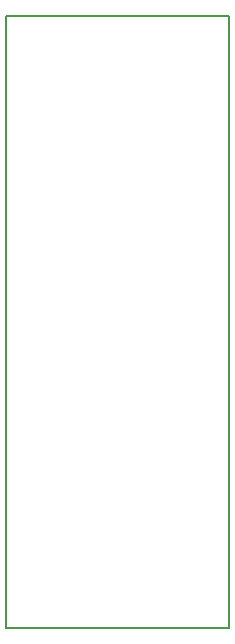
<source format=gm1>
%TF.GenerationSoftware,KiCad,Pcbnew,no-vcs-found-d00fc99~60~ubuntu16.04.1*%
%TF.CreationDate,2017-10-03T23:38:07-03:00*%
%TF.ProjectId,efm32-board,65666D33322D626F6172642E6B696361,rev?*%
%TF.SameCoordinates,Original*%
%TF.FileFunction,Profile,NP*%
%FSLAX46Y46*%
G04 Gerber Fmt 4.6, Leading zero omitted, Abs format (unit mm)*
G04 Created by KiCad (PCBNEW no-vcs-found-d00fc99~60~ubuntu16.04.1) date Tue Oct  3 23:38:07 2017*
%MOMM*%
%LPD*%
G01*
G04 APERTURE LIST*
%ADD10C,0.150000*%
G04 APERTURE END LIST*
D10*
X117738000Y-121835000D02*
X117738000Y-70025000D01*
X136538000Y-70025000D02*
X136538000Y-121835000D01*
X136538000Y-121835000D02*
X117738000Y-121835000D01*
X117738000Y-70025000D02*
X136538000Y-70025000D01*
M02*

</source>
